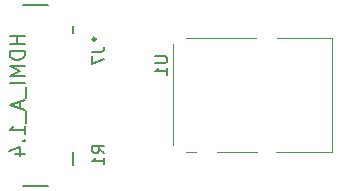
<source format=gbr>
%TF.GenerationSoftware,KiCad,Pcbnew,5.1.8*%
%TF.CreationDate,2020-12-26T07:32:41-08:00*%
%TF.ProjectId,teensy-toslink-receiver,7465656e-7379-42d7-946f-736c696e6b2d,rev?*%
%TF.SameCoordinates,Original*%
%TF.FileFunction,Legend,Bot*%
%TF.FilePolarity,Positive*%
%FSLAX46Y46*%
G04 Gerber Fmt 4.6, Leading zero omitted, Abs format (unit mm)*
G04 Created by KiCad (PCBNEW 5.1.8) date 2020-12-26 07:32:41*
%MOMM*%
%LPD*%
G01*
G04 APERTURE LIST*
%ADD10C,0.150000*%
%ADD11C,0.250000*%
%ADD12C,0.120000*%
%ADD13O,1.700000X1.700000*%
%ADD14R,1.700000X1.700000*%
%ADD15C,2.000000*%
%ADD16R,1.900000X0.300000*%
%ADD17R,1.500000X1.500000*%
%ADD18O,1.500000X1.500000*%
%ADD19C,1.500000*%
G04 APERTURE END LIST*
D10*
%TO.C,J7*%
X141048000Y-79535000D02*
X141048000Y-78435000D01*
X141048000Y-68385000D02*
X141048000Y-67785000D01*
X136798000Y-66010000D02*
X138948000Y-66010000D01*
X136798000Y-81310000D02*
X138948000Y-81310000D01*
D11*
X142973000Y-68910000D02*
G75*
G03*
X142973000Y-68910000I-125000J0D01*
G01*
D12*
%TO.C,U1*%
X149502000Y-78510000D02*
X163002000Y-78510000D01*
X149502000Y-68810000D02*
X163002000Y-68810000D01*
X163002000Y-68810000D02*
X163002000Y-78510000D01*
X149502000Y-78510000D02*
X149502000Y-68810000D01*
%TO.C,R1*%
D10*
X143708380Y-78573333D02*
X143232190Y-78240000D01*
X143708380Y-78001904D02*
X142708380Y-78001904D01*
X142708380Y-78382857D01*
X142756000Y-78478095D01*
X142803619Y-78525714D01*
X142898857Y-78573333D01*
X143041714Y-78573333D01*
X143136952Y-78525714D01*
X143184571Y-78478095D01*
X143232190Y-78382857D01*
X143232190Y-78001904D01*
X143708380Y-79525714D02*
X143708380Y-78954285D01*
X143708380Y-79240000D02*
X142708380Y-79240000D01*
X142851238Y-79144761D01*
X142946476Y-79049523D01*
X142994095Y-78954285D01*
%TO.C,J7*%
X142708380Y-69963309D02*
X143422666Y-69963309D01*
X143565523Y-69915690D01*
X143660761Y-69820452D01*
X143708380Y-69677595D01*
X143708380Y-69582357D01*
X142708380Y-70344261D02*
X142708380Y-71010928D01*
X143708380Y-70582357D01*
X136972523Y-68610238D02*
X135702523Y-68610238D01*
X136307285Y-68610238D02*
X136307285Y-69335952D01*
X136972523Y-69335952D02*
X135702523Y-69335952D01*
X136972523Y-69940714D02*
X135702523Y-69940714D01*
X135702523Y-70243095D01*
X135763000Y-70424523D01*
X135883952Y-70545476D01*
X136004904Y-70605952D01*
X136246809Y-70666428D01*
X136428238Y-70666428D01*
X136670142Y-70605952D01*
X136791095Y-70545476D01*
X136912047Y-70424523D01*
X136972523Y-70243095D01*
X136972523Y-69940714D01*
X136972523Y-71210714D02*
X135702523Y-71210714D01*
X136609666Y-71634047D01*
X135702523Y-72057380D01*
X136972523Y-72057380D01*
X136972523Y-72662142D02*
X135702523Y-72662142D01*
X137093476Y-72964523D02*
X137093476Y-73932142D01*
X136609666Y-74174047D02*
X136609666Y-74778809D01*
X136972523Y-74053095D02*
X135702523Y-74476428D01*
X136972523Y-74899761D01*
X137093476Y-75020714D02*
X137093476Y-75988333D01*
X136972523Y-76955952D02*
X136972523Y-76230238D01*
X136972523Y-76593095D02*
X135702523Y-76593095D01*
X135883952Y-76472142D01*
X136004904Y-76351190D01*
X136065380Y-76230238D01*
X136851571Y-77500238D02*
X136912047Y-77560714D01*
X136972523Y-77500238D01*
X136912047Y-77439761D01*
X136851571Y-77500238D01*
X136972523Y-77500238D01*
X136125857Y-78649285D02*
X136972523Y-78649285D01*
X135642047Y-78346904D02*
X136549190Y-78044523D01*
X136549190Y-78830714D01*
%TO.C,U1*%
X148042380Y-70358095D02*
X148851904Y-70358095D01*
X148947142Y-70405714D01*
X148994761Y-70453333D01*
X149042380Y-70548571D01*
X149042380Y-70739047D01*
X148994761Y-70834285D01*
X148947142Y-70881904D01*
X148851904Y-70929523D01*
X148042380Y-70929523D01*
X149042380Y-71929523D02*
X149042380Y-71358095D01*
X149042380Y-71643809D02*
X148042380Y-71643809D01*
X148185238Y-71548571D01*
X148280476Y-71453333D01*
X148328095Y-71358095D01*
%TD*%
%LPC*%
D13*
%TO.C,J2*%
X147320000Y-66040000D03*
X149860000Y-66040000D03*
X152400000Y-66040000D03*
X154940000Y-66040000D03*
D14*
X157480000Y-66040000D03*
%TD*%
%TO.C,R1*%
G36*
G01*
X143600000Y-77443000D02*
X143600000Y-77243000D01*
G75*
G02*
X143700000Y-77143000I100000J0D01*
G01*
X143960000Y-77143000D01*
G75*
G02*
X144060000Y-77243000I0J-100000D01*
G01*
X144060000Y-77443000D01*
G75*
G02*
X143960000Y-77543000I-100000J0D01*
G01*
X143700000Y-77543000D01*
G75*
G02*
X143600000Y-77443000I0J100000D01*
G01*
G37*
G36*
G01*
X142960000Y-77443000D02*
X142960000Y-77243000D01*
G75*
G02*
X143060000Y-77143000I100000J0D01*
G01*
X143320000Y-77143000D01*
G75*
G02*
X143420000Y-77243000I0J-100000D01*
G01*
X143420000Y-77443000D01*
G75*
G02*
X143320000Y-77543000I-100000J0D01*
G01*
X143060000Y-77543000D01*
G75*
G02*
X142960000Y-77443000I0J100000D01*
G01*
G37*
%TD*%
D15*
%TO.C,J7*%
X135423000Y-81510000D03*
X135423000Y-65810000D03*
X140323000Y-80910000D03*
X140323000Y-66410000D03*
D16*
X141323000Y-68910000D03*
X141323000Y-69410000D03*
X141323000Y-69910000D03*
X141323000Y-70410000D03*
X141323000Y-70910000D03*
X141323000Y-71410000D03*
X141323000Y-71910000D03*
X141323000Y-72410000D03*
X141323000Y-72910000D03*
X141323000Y-73410000D03*
X141323000Y-73910000D03*
X141323000Y-74410000D03*
X141323000Y-74910000D03*
X141323000Y-75410000D03*
X141323000Y-75910000D03*
X141323000Y-76410000D03*
X141323000Y-76910000D03*
X141323000Y-77410000D03*
X141323000Y-77910000D03*
%TD*%
D17*
%TO.C,U1*%
X151892000Y-71120000D03*
D18*
X151892000Y-73660000D03*
X151892000Y-76200000D03*
D19*
X154432000Y-71040000D03*
X154432000Y-76280000D03*
%TD*%
D13*
%TO.C,J6*%
X144780000Y-81280000D03*
X144780000Y-78740000D03*
X144780000Y-76200000D03*
D14*
X144780000Y-73660000D03*
%TD*%
D13*
%TO.C,J5*%
X149860000Y-68580000D03*
X147320000Y-68580000D03*
D14*
X144780000Y-68580000D03*
%TD*%
D13*
%TO.C,J4*%
X157480000Y-78740000D03*
X157480000Y-76200000D03*
X157480000Y-73660000D03*
X157480000Y-71120000D03*
D14*
X157480000Y-68580000D03*
%TD*%
D13*
%TO.C,J3*%
X157480000Y-81280000D03*
X154940000Y-81280000D03*
X152400000Y-81280000D03*
X149860000Y-81280000D03*
D14*
X147320000Y-81280000D03*
%TD*%
D13*
%TO.C,J1*%
X147320000Y-78740000D03*
X149860000Y-78740000D03*
D14*
X152400000Y-78740000D03*
%TD*%
M02*

</source>
